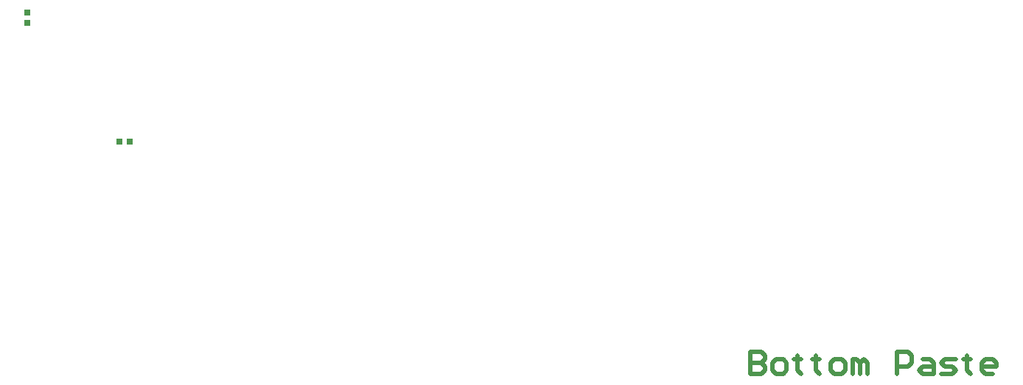
<source format=gbp>
G04 Layer_Color=128*
%FSLAX25Y25*%
%MOIN*%
G70*
G01*
G75*
%ADD10R,0.03150X0.02756*%
%ADD25R,0.02756X0.03150*%
%ADD43C,0.02000*%
D10*
X594488Y514764D02*
D03*
X589764D02*
D03*
D25*
X548228Y573228D02*
D03*
Y568504D02*
D03*
D43*
X875000Y419997D02*
Y410000D01*
X879998D01*
X881664Y411666D01*
Y413332D01*
X879998Y414998D01*
X875000D01*
X879998D01*
X881664Y416665D01*
Y418331D01*
X879998Y419997D01*
X875000D01*
X886663Y410000D02*
X889995D01*
X891661Y411666D01*
Y414998D01*
X889995Y416665D01*
X886663D01*
X884997Y414998D01*
Y411666D01*
X886663Y410000D01*
X896660Y418331D02*
Y416665D01*
X894993D01*
X898326D01*
X896660D01*
Y411666D01*
X898326Y410000D01*
X904990Y418331D02*
Y416665D01*
X903324D01*
X906656D01*
X904990D01*
Y411666D01*
X906656Y410000D01*
X913321D02*
X916653D01*
X918319Y411666D01*
Y414998D01*
X916653Y416665D01*
X913321D01*
X911655Y414998D01*
Y411666D01*
X913321Y410000D01*
X921652D02*
Y416665D01*
X923318D01*
X924984Y414998D01*
Y410000D01*
Y414998D01*
X926650Y416665D01*
X928316Y414998D01*
Y410000D01*
X941645D02*
Y419997D01*
X946644D01*
X948310Y418331D01*
Y414998D01*
X946644Y413332D01*
X941645D01*
X953308Y416665D02*
X956640D01*
X958306Y414998D01*
Y410000D01*
X953308D01*
X951642Y411666D01*
X953308Y413332D01*
X958306D01*
X961639Y410000D02*
X966637D01*
X968303Y411666D01*
X966637Y413332D01*
X963305D01*
X961639Y414998D01*
X963305Y416665D01*
X968303D01*
X973302Y418331D02*
Y416665D01*
X971635D01*
X974968D01*
X973302D01*
Y411666D01*
X974968Y410000D01*
X984964D02*
X981632D01*
X979966Y411666D01*
Y414998D01*
X981632Y416665D01*
X984964D01*
X986631Y414998D01*
Y413332D01*
X979966D01*
M02*

</source>
